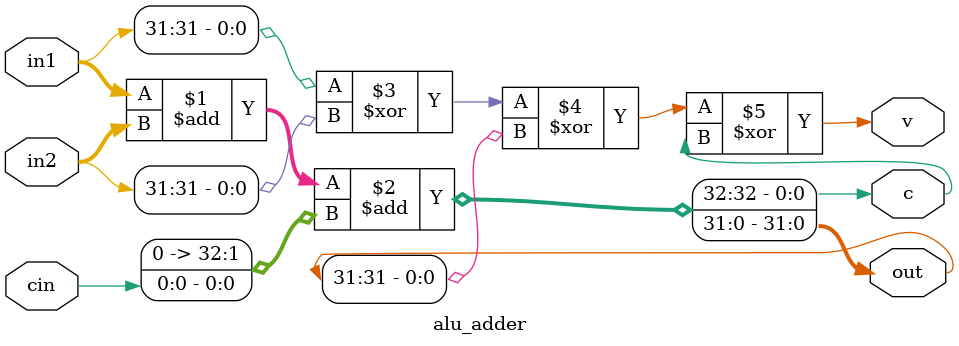
<source format=v>
module alu_adder(
  input  [31:0] in1,
  input  [31:0] in2,
  input         cin,
  output [31:0] out,
  output        c,
  output        v
);
assign {c, out} = in1 + in2 + {32'b0, cin};
assign v = in1[31]^in2[31]^out[31]^c;
endmodule

</source>
